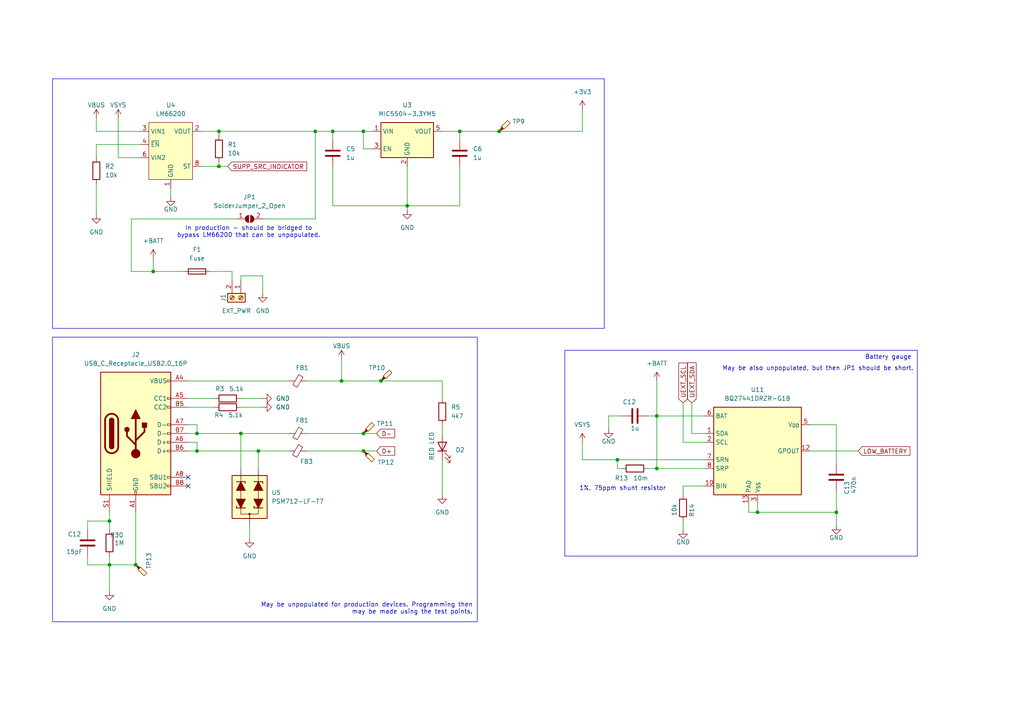
<source format=kicad_sch>
(kicad_sch (version 20231120) (generator "eeschema") (generator_version "8.0")
  (paper "A4")
  (lib_symbols
    (symbol "Battery_Management:BQ27441DRZR-G1B"
      (property "Reference" "U" (at -5.08 15.875 0))
      (property "Value" "BQ27441DRZR-G1B" (at -5.08 13.97 0))
      (symbol "BQ27441DRZR-G1B_0_1"
        (rectangle (start -12.7 12.7) (end 12.7 -12.7) (stroke (width 0.254)) (fill (type background)))
      )
      (symbol "BQ27441DRZR-G1B_1_1"
        (pin bidirectional line (at -15.24 5.08 0) (length 2.54) (name "SDA") (number "1"))
        (pin input line (at -15.24 -10.16 0) (length 2.54) (name "BIN") (number "10"))
        (pin no_connect line (at 10.16 -2.54 180) (length 2.54) hide (name "NC") (number "11"))
        (pin output line (at 15.24 0 180) (length 2.54) (name "GPOUT") (number "12"))
        (pin power_in line (at -2.54 -15.24 90) (length 2.54) (name "PAD") (number "13"))
        (pin input line (at -15.24 2.54 0) (length 2.54) (name "SCL") (number "2"))
        (pin power_in line (at 0 -15.24 90) (length 2.54) (name "V_{SS}") (number "3"))
        (pin no_connect line (at 10.16 -7.62 180) (length 2.54) hide (name "NC") (number "4"))
        (pin power_out line (at 15.24 7.62 180) (length 2.54) (name "V_{DD}") (number "5"))
        (pin power_in line (at -15.24 10.16 0) (length 2.54) (name "BAT") (number "6"))
        (pin input line (at -15.24 -2.54 0) (length 2.54) (name "SRN") (number "7"))
        (pin input line (at -15.24 -5.08 0) (length 2.54) (name "SRP") (number "8"))
        (pin no_connect line (at 10.16 -5.08 180) (length 2.54) hide (name "NC") (number "9"))
      )
    )
    (symbol "Connector:Screw_Terminal_01x02" (pin_names (offset 1.016) hide)
      (property "Reference" "J" (at 0 2.54 0))
      (property "Value" "Screw_Terminal_01x02" (at 0 -5.08 0))
      (symbol "Screw_Terminal_01x02_1_1"
        (rectangle (start -1.27 1.27) (end 1.27 -3.81) (stroke (width 0.254)) (fill (type background)))
        (circle (center 0 -2.54) (radius 0.635) (stroke (width 0.1524)))
        (polyline (pts (xy -0.5334 -2.2098) (xy 0.3302 -3.048)) (stroke (width 0.1524)))
        (polyline (pts (xy -0.5334 0.3302) (xy 0.3302 -0.508)) (stroke (width 0.1524)))
        (polyline (pts (xy -0.3556 -2.032) (xy 0.508 -2.8702)) (stroke (width 0.1524)))
        (polyline (pts (xy -0.3556 0.508) (xy 0.508 -0.3302)) (stroke (width 0.1524)))
        (circle (center 0 0) (radius 0.635) (stroke (width 0.1524)))
        (pin passive line (at -5.08 0 0) (length 3.81) (name "Pin_1") (number "1"))
        (pin passive line (at -5.08 -2.54 0) (length 3.81) (name "Pin_2") (number "2"))
      )
    )
    (symbol "Connector:TestPoint_Probe" (pin_numbers hide) (pin_names (offset 0.762) hide)
      (property "Reference" "TP" (at 1.651 5.842 0))
      (property "Value" "TestPoint_Probe" (at 1.651 4.064 0))
      (symbol "TestPoint_Probe_0_1"
        (polyline (pts (xy 1.27 0.762) (xy 0 0) (xy 0.762 1.27) (xy 1.27 0.762)) (fill (type outline)))
        (polyline (pts (xy 1.397 0.635) (xy 0.635 1.397) (xy 2.413 3.175) (xy 3.175 2.413) (xy 1.397 0.635)) (fill (type background)))
      )
      (symbol "TestPoint_Probe_1_1"
        (pin passive line (at 0 0 90) (length 0) (name "1") (number "1"))
      )
    )
    (symbol "Connector:USB_C_Receptacle_USB2.0_16P" (pin_names (offset 1.016))
      (property "Reference" "J" (at 0 22.225 0))
      (property "Value" "USB_C_Receptacle_USB2.0_16P" (at 0 19.685 0))
      (symbol "USB_C_Receptacle_USB2.0_16P_0_0"
        (rectangle (start -0.254 -17.78) (end 0.254 -16.764))
        (rectangle (start 10.16 -14.986) (end 9.144 -15.494))
        (rectangle (start 10.16 -12.446) (end 9.144 -12.954))
        (rectangle (start 10.16 -4.826) (end 9.144 -5.334))
        (rectangle (start 10.16 -2.286) (end 9.144 -2.794))
        (rectangle (start 10.16 0.254) (end 9.144 -0.254))
        (rectangle (start 10.16 2.794) (end 9.144 2.286))
        (rectangle (start 10.16 7.874) (end 9.144 7.366))
        (rectangle (start 10.16 10.414) (end 9.144 9.906))
        (rectangle (start 10.16 15.494) (end 9.144 14.986))
      )
      (symbol "USB_C_Receptacle_USB2.0_16P_0_1"
        (rectangle (start -10.16 17.78) (end 10.16 -17.78) (stroke (width 0.254)) (fill (type background)))
        (arc (start -8.89 -3.81) (mid -6.985 -5.7067) (end -5.08 -3.81) (stroke (width 0.508)))
        (arc (start -7.62 -3.81) (mid -6.985 -4.4423) (end -6.35 -3.81) (stroke (width 0.254)))
        (arc (start -7.62 -3.81) (mid -6.985 -4.4423) (end -6.35 -3.81) (stroke (width 0.254)) (fill (type outline)))
        (rectangle (start -7.62 -3.81) (end -6.35 3.81) (stroke (width 0.254)) (fill (type outline)))
        (arc (start -6.35 3.81) (mid -6.985 4.4423) (end -7.62 3.81) (stroke (width 0.254)))
        (arc (start -6.35 3.81) (mid -6.985 4.4423) (end -7.62 3.81) (stroke (width 0.254)) (fill (type outline)))
        (arc (start -5.08 3.81) (mid -6.985 5.7067) (end -8.89 3.81) (stroke (width 0.508)))
        (circle (center -2.54 1.143) (radius 0.635) (stroke (width 0.254)) (fill (type outline)))
        (circle (center 0 -5.842) (radius 1.27) (fill (type outline)))
        (polyline (pts (xy -8.89 -3.81) (xy -8.89 3.81)) (stroke (width 0.508)))
        (polyline (pts (xy -5.08 3.81) (xy -5.08 -3.81)) (stroke (width 0.508)))
        (polyline (pts (xy 0 -5.842) (xy 0 4.318)) (stroke (width 0.508)))
        (polyline (pts (xy 0 -3.302) (xy -2.54 -0.762) (xy -2.54 0.508)) (stroke (width 0.508)))
        (polyline (pts (xy 0 -2.032) (xy 2.54 0.508) (xy 2.54 1.778)) (stroke (width 0.508)))
        (polyline (pts (xy -1.27 4.318) (xy 0 6.858) (xy 1.27 4.318) (xy -1.27 4.318)) (stroke (width 0.254)) (fill (type outline)))
        (rectangle (start 1.905 1.778) (end 3.175 3.048) (stroke (width 0.254)) (fill (type outline)))
      )
      (symbol "USB_C_Receptacle_USB2.0_16P_1_1"
        (pin passive line (at 0 -22.86 90) (length 5.08) (name "GND") (number "A1"))
        (pin passive line (at 0 -22.86 90) (length 5.08) hide (name "GND") (number "A12"))
        (pin passive line (at 15.24 15.24 180) (length 5.08) (name "VBUS") (number "A4"))
        (pin bidirectional line (at 15.24 10.16 180) (length 5.08) (name "CC1") (number "A5"))
        (pin bidirectional line (at 15.24 -2.54 180) (length 5.08) (name "D+") (number "A6"))
        (pin bidirectional line (at 15.24 2.54 180) (length 5.08) (name "D-") (number "A7"))
        (pin bidirectional line (at 15.24 -12.7 180) (length 5.08) (name "SBU1") (number "A8"))
        (pin passive line (at 15.24 15.24 180) (length 5.08) hide (name "VBUS") (number "A9"))
        (pin passive line (at 0 -22.86 90) (length 5.08) hide (name "GND") (number "B1"))
        (pin passive line (at 0 -22.86 90) (length 5.08) hide (name "GND") (number "B12"))
        (pin passive line (at 15.24 15.24 180) (length 5.08) hide (name "VBUS") (number "B4"))
        (pin bidirectional line (at 15.24 7.62 180) (length 5.08) (name "CC2") (number "B5"))
        (pin bidirectional line (at 15.24 -5.08 180) (length 5.08) (name "D+") (number "B6"))
        (pin bidirectional line (at 15.24 0 180) (length 5.08) (name "D-") (number "B7"))
        (pin bidirectional line (at 15.24 -15.24 180) (length 5.08) (name "SBU2") (number "B8"))
        (pin passive line (at 15.24 15.24 180) (length 5.08) hide (name "VBUS") (number "B9"))
        (pin passive line (at -7.62 -22.86 90) (length 5.08) (name "SHIELD") (number "S1"))
      )
    )
    (symbol "Device:C" (pin_numbers hide) (pin_names (offset 0.254))
      (property "Reference" "C" (at 0.635 2.54 0))
      (property "Value" "C" (at 0.635 -2.54 0))
      (symbol "C_0_1"
        (polyline (pts (xy -2.032 -0.762) (xy 2.032 -0.762)) (stroke (width 0.508)))
        (polyline (pts (xy -2.032 0.762) (xy 2.032 0.762)) (stroke (width 0.508)))
      )
      (symbol "C_1_1"
        (pin passive line (at 0 3.81 270) (length 2.794) (name "~") (number "1"))
        (pin passive line (at 0 -3.81 90) (length 2.794) (name "~") (number "2"))
      )
    )
    (symbol "Device:FerriteBead_Small" (pin_numbers hide) (pin_names (offset 0))
      (property "Reference" "FB" (at 1.905 1.27 0))
      (property "Value" "FerriteBead_Small" (at 1.905 -1.27 0))
      (symbol "FerriteBead_Small_0_1"
        (polyline (pts (xy 0 -1.27) (xy 0 -0.7874)))
        (polyline (pts (xy 0 0.889) (xy 0 1.2954)))
        (polyline (pts (xy -1.8288 0.2794) (xy -1.1176 1.4986) (xy 1.8288 -0.2032) (xy 1.1176 -1.4224) (xy -1.8288 0.2794)))
      )
      (symbol "FerriteBead_Small_1_1"
        (pin passive line (at 0 2.54 270) (length 1.27) (name "~") (number "1"))
        (pin passive line (at 0 -2.54 90) (length 1.27) (name "~") (number "2"))
      )
    )
    (symbol "Device:Fuse" (pin_numbers hide) (pin_names (offset 0))
      (property "Reference" "F" (at 2.032 0 90))
      (property "Value" "Fuse" (at -1.905 0 90))
      (symbol "Fuse_0_1"
        (rectangle (start -0.762 -2.54) (end 0.762 2.54) (stroke (width 0.254)))
        (polyline (pts (xy 0 2.54) (xy 0 -2.54)))
      )
      (symbol "Fuse_1_1"
        (pin passive line (at 0 3.81 270) (length 1.27) (name "~") (number "1"))
        (pin passive line (at 0 -3.81 90) (length 1.27) (name "~") (number "2"))
      )
    )
    (symbol "Device:LED" (pin_numbers hide) (pin_names (offset 1.016) hide)
      (property "Reference" "D" (at 0 2.54 0))
      (property "Value" "LED" (at 0 -2.54 0))
      (symbol "LED_0_1"
        (polyline (pts (xy -1.27 -1.27) (xy -1.27 1.27)) (stroke (width 0.254)))
        (polyline (pts (xy -1.27 0) (xy 1.27 0)))
        (polyline (pts (xy 1.27 -1.27) (xy 1.27 1.27) (xy -1.27 0) (xy 1.27 -1.27)) (stroke (width 0.254)))
        (polyline (pts (xy -3.048 -0.762) (xy -4.572 -2.286) (xy -3.81 -2.286) (xy -4.572 -2.286) (xy -4.572 -1.524)))
        (polyline (pts (xy -1.778 -0.762) (xy -3.302 -2.286) (xy -2.54 -2.286) (xy -3.302 -2.286) (xy -3.302 -1.524)))
      )
      (symbol "LED_1_1"
        (pin passive line (at -3.81 0 0) (length 2.54) (name "K") (number "1"))
        (pin passive line (at 3.81 0 180) (length 2.54) (name "A") (number "2"))
      )
    )
    (symbol "Device:R" (pin_numbers hide) (pin_names (offset 0))
      (property "Reference" "R" (at 2.032 0 90))
      (property "Value" "R" (at 0 0 90))
      (symbol "R_0_1"
        (rectangle (start -1.016 -2.54) (end 1.016 2.54) (stroke (width 0.254)))
      )
      (symbol "R_1_1"
        (pin passive line (at 0 3.81 270) (length 1.27) (name "~") (number "1"))
        (pin passive line (at 0 -3.81 90) (length 1.27) (name "~") (number "2"))
      )
    )
    (symbol "Jumper:SolderJumper_2_Open" (pin_names (offset 0) hide)
      (property "Reference" "JP" (at 0 2.032 0))
      (property "Value" "SolderJumper_2_Open" (at 0 -2.54 0))
      (symbol "SolderJumper_2_Open_0_1"
        (arc (start -0.254 1.016) (mid -1.2656 0) (end -0.254 -1.016))
        (arc (start -0.254 1.016) (mid -1.2656 0) (end -0.254 -1.016) (fill (type outline)))
        (polyline (pts (xy -0.254 1.016) (xy -0.254 -1.016)))
        (polyline (pts (xy 0.254 1.016) (xy 0.254 -1.016)))
        (arc (start 0.254 -1.016) (mid 1.2656 0) (end 0.254 1.016))
        (arc (start 0.254 -1.016) (mid 1.2656 0) (end 0.254 1.016) (fill (type outline)))
      )
      (symbol "SolderJumper_2_Open_1_1"
        (pin passive line (at -3.81 0 0) (length 2.54) (name "A") (number "1"))
        (pin passive line (at 3.81 0 180) (length 2.54) (name "B") (number "2"))
      )
    )
    (symbol "Regulator_Linear:MIC5504-3.3YM5"
      (property "Reference" "U" (at -7.62 8.89 0))
      (property "Value" "MIC5504-3.3YM5" (at -7.62 6.35 0))
      (symbol "MIC5504-3.3YM5_0_1"
        (rectangle (start -7.62 -5.08) (end 7.62 5.08) (stroke (width 0.254)) (fill (type background)))
      )
      (symbol "MIC5504-3.3YM5_1_1"
        (pin power_in line (at -10.16 2.54 0) (length 2.54) (name "VIN") (number "1"))
        (pin power_in line (at 0 -7.62 90) (length 2.54) (name "GND") (number "2"))
        (pin input line (at -10.16 -2.54 0) (length 2.54) (name "EN") (number "3"))
        (pin no_connect line (at 7.62 -2.54 180) (length 2.54) hide (name "NC") (number "4"))
        (pin power_out line (at 10.16 2.54 180) (length 2.54) (name "VOUT") (number "5"))
      )
    )
    (symbol "mwolosewicz:LM66200"
      (property "Reference" "U" (at 2.54 -11.43 0))
      (property "Value" "LM66200" (at -0.254 8.636 0))
      (symbol "LM66200_1_1"
        (rectangle (start -6.35 7.62) (end 6.35 -8.89) (fill (type background)))
        (pin power_out line (at 0 -11.43 90) (length 2.54) (name "GND") (number "1"))
        (pin power_out line (at 8.89 5.08 180) (length 2.54) (name "VOUT") (number "2"))
        (pin power_in line (at -8.89 5.08 0) (length 2.54) (name "VIN1") (number "3"))
        (pin input line (at -8.89 1.27 0) (length 2.54) (name "~{EN}") (number "4"))
        (pin power_in line (at -8.89 -2.54 0) (length 2.54) (name "VIN2") (number "6"))
        (pin output line (at 8.89 -5.08 180) (length 2.54) (name "ST") (number "8"))
      )
    )
    (symbol "mwolosewicz:PSM712-LF-T7" (pin_numbers hide) (pin_names hide)
      (property "Reference" "U" (at -0.254 -14.478 0))
      (property "Value" "PSM712-LF-T7" (at -0.254 -1.016 0))
      (symbol "PSM712-LF-T7_0_1"
        (rectangle (start -6.858 -2.54) (end 5.588 -12.7) (stroke (width 0.254)) (fill (type background)))
        (polyline (pts (xy -6.858 -7.62) (xy -5.588 -7.62)))
        (polyline (pts (xy -5.588 -5.08) (xy -5.588 -10.16)))
        (polyline (pts (xy -3.81 -10.16) (xy -5.588 -10.16)))
        (polyline (pts (xy -3.81 -5.08) (xy -5.588 -5.08)))
        (polyline (pts (xy -1.27 -10.16) (xy 0 -10.16)) (stroke (width 0.1524)))
        (polyline (pts (xy -1.27 -5.08) (xy 0 -5.08)) (stroke (width 0.1524)))
        (polyline (pts (xy 1.27 -5.08) (xy 0 -5.08)) (stroke (width 0.1524)))
        (polyline (pts (xy 5.08 -10.16) (xy 3.81 -10.16)))
        (polyline (pts (xy 5.08 -5.08) (xy 3.81 -5.08)))
        (polyline (pts (xy -3.81 -11.43) (xy -3.81 -8.89) (xy -3.302 -8.89)) (stroke (width 0.254)))
        (polyline (pts (xy -3.81 -6.35) (xy -3.81 -3.81) (xy -3.302 -3.81)) (stroke (width 0.254)))
        (polyline (pts (xy 3.81 -3.81) (xy 3.81 -6.35) (xy 3.302 -6.35)) (stroke (width 0.254)))
        (pin passive line (at -8.89 -7.62 0) (length 2.54) (name "A") (number "3"))
      )
      (symbol "PSM712-LF-T7_1_1"
        (circle (center -5.588 -7.62) (radius 0.254) (fill (type outline)))
        (polyline (pts (xy 1.27 -10.16) (xy 0 -10.16)) (stroke (width 0.1524)))
        (polyline (pts (xy 3.81 -8.89) (xy 3.81 -11.43) (xy 3.302 -11.43)) (stroke (width 0.254)))
        (polyline (pts (xy -1.27 -8.89) (xy -1.27 -11.43) (xy -3.81 -10.16) (xy -1.27 -8.89)) (stroke (width 0.254)) (fill (type outline)))
        (polyline (pts (xy -1.27 -3.81) (xy -1.27 -6.35) (xy -3.81 -5.08) (xy -1.27 -3.81)) (stroke (width 0.254)) (fill (type outline)))
        (polyline (pts (xy 1.27 -11.43) (xy 1.27 -8.89) (xy 3.81 -10.16) (xy 1.27 -11.43)) (stroke (width 0.254)) (fill (type outline)))
        (polyline (pts (xy 1.27 -6.35) (xy 1.27 -3.81) (xy 3.81 -5.08) (xy 1.27 -6.35)) (stroke (width 0.254)) (fill (type outline)))
        (pin passive line (at 7.62 -5.08 180) (length 2.54) (name "K1") (number "1"))
        (pin passive line (at 7.62 -10.16 180) (length 2.54) (name "K2") (number "2"))
      )
    )
    (symbol "power:+3V3" (power) (pin_names (offset 0))
      (property "Value" "+3V3" (at 0 3.556 0))
      (symbol "+3V3_0_1"
        (polyline (pts (xy -0.762 1.27) (xy 0 2.54)))
        (polyline (pts (xy 0 0) (xy 0 2.54)))
        (polyline (pts (xy 0 2.54) (xy 0.762 1.27)))
      )
      (symbol "+3V3_1_1"
        (pin power_in line (at 0 0 90) (length 0) hide (name "+3V3") (number "1"))
      )
    )
    (symbol "power:+BATT" (power) (pin_names (offset 0))
      (property "Value" "+BATT" (at 0 3.556 0))
      (symbol "+BATT_0_1"
        (polyline (pts (xy -0.762 1.27) (xy 0 2.54)))
        (polyline (pts (xy 0 0) (xy 0 2.54)))
        (polyline (pts (xy 0 2.54) (xy 0.762 1.27)))
      )
      (symbol "+BATT_1_1"
        (pin power_in line (at 0 0 90) (length 0) hide (name "+BATT") (number "1"))
      )
    )
    (symbol "power:GND" (power) (pin_names (offset 0))
      (property "Value" "GND" (at 0 -3.81 0))
      (symbol "GND_0_1"
        (polyline (pts (xy 0 0) (xy 0 -1.27) (xy 1.27 -1.27) (xy 0 -2.54) (xy -1.27 -1.27) (xy 0 -1.27)))
      )
      (symbol "GND_1_1"
        (pin power_in line (at 0 0 270) (length 0) hide (name "GND") (number "1"))
      )
    )
    (symbol "power:VBUS" (power) (pin_names (offset 0))
      (property "Value" "VBUS" (at 0 3.81 0))
      (symbol "VBUS_0_1"
        (polyline (pts (xy -0.762 1.27) (xy 0 2.54)))
        (polyline (pts (xy 0 0) (xy 0 2.54)))
        (polyline (pts (xy 0 2.54) (xy 0.762 1.27)))
      )
      (symbol "VBUS_1_1"
        (pin power_in line (at 0 0 90) (length 0) hide (name "VBUS") (number "1"))
      )
    )
    (symbol "power:VPP" (power) (pin_names (offset 0))
      (property "Value" "VPP" (at 0 3.81 0))
      (symbol "VPP_0_1"
        (polyline (pts (xy -0.762 1.27) (xy 0 2.54)))
        (polyline (pts (xy 0 0) (xy 0 2.54)))
        (polyline (pts (xy 0 2.54) (xy 0.762 1.27)))
      )
      (symbol "VPP_1_1"
        (pin power_in line (at 0 0 90) (length 0) hide (name "VPP") (number "1"))
      )
    )
  )
  (junction (at 57.15 125.73))
  (junction (at 190.5 135.89))
  (junction (at 105.41 125.73))
  (junction (at 74.93 130.81))
  (junction (at 63.5 38.1))
  (junction (at 144.78 38.1))
  (junction (at 105.41 38.1))
  (junction (at 118.11 59.69))
  (junction (at 179.07 133.35))
  (junction (at 105.41 130.81))
  (junction (at 39.37 163.83))
  (junction (at 133.35 38.1))
  (junction (at 96.52 38.1))
  (junction (at 31.75 151.13))
  (junction (at 110.49 110.49))
  (junction (at 63.5 48.26))
  (junction (at 242.57 148.59))
  (junction (at 99.06 110.49))
  (junction (at 57.15 130.81))
  (junction (at 219.71 148.59))
  (junction (at 31.75 163.83))
  (junction (at 44.45 78.74))
  (junction (at 69.85 125.73))
  (junction (at 190.5 120.65))
  (junction (at 91.44 38.1))
  (no_connect (at 54.61 138.43))
  (no_connect (at 54.61 140.97))
  (wire (pts (xy 234.95 130.81) (xy 248.92 130.81)))
  (wire (pts (xy 179.07 133.35) (xy 179.07 135.89)))
  (wire (pts (xy 34.29 34.29) (xy 34.29 45.72)))
  (wire (pts (xy 74.93 130.81) (xy 83.82 130.81)))
  (wire (pts (xy 34.29 45.72) (xy 40.64 45.72)))
  (wire (pts (xy 118.11 59.69) (xy 133.35 59.69)))
  (wire (pts (xy 242.57 123.19) (xy 242.57 134.62)))
  (wire (pts (xy 31.75 148.59) (xy 31.75 151.13)))
  (wire (pts (xy 105.41 130.81) (xy 109.22 130.81)))
  (wire (pts (xy 31.75 163.83) (xy 31.75 171.45)))
  (wire (pts (xy 38.1 63.5) (xy 68.58 63.5)))
  (wire (pts (xy 198.12 128.27) (xy 204.47 128.27)))
  (wire (pts (xy 57.15 130.81) (xy 74.93 130.81)))
  (wire (pts (xy 69.85 81.28) (xy 69.85 80.01)))
  (wire (pts (xy 107.95 43.18) (xy 105.41 43.18)))
  (wire (pts (xy 144.78 38.1) (xy 168.91 38.1)))
  (wire (pts (xy 54.61 115.57) (xy 62.23 115.57)))
  (wire (pts (xy 179.07 133.35) (xy 168.91 133.35)))
  (wire (pts (xy 25.4 161.29) (xy 25.4 163.83)))
  (wire (pts (xy 39.37 148.59) (xy 39.37 163.83)))
  (wire (pts (xy 40.64 41.91) (xy 27.94 41.91)))
  (wire (pts (xy 118.11 48.26) (xy 118.11 59.69)))
  (wire (pts (xy 27.94 41.91) (xy 27.94 45.72)))
  (wire (pts (xy 168.91 133.35) (xy 168.91 128.27)))
  (wire (pts (xy 54.61 118.11) (xy 62.23 118.11)))
  (wire (pts (xy 63.5 48.26) (xy 66.04 48.26)))
  (wire (pts (xy 63.5 38.1) (xy 63.5 39.37)))
  (wire (pts (xy 25.4 163.83) (xy 31.75 163.83)))
  (wire (pts (xy 27.94 53.34) (xy 27.94 62.23)))
  (wire (pts (xy 53.34 78.74) (xy 44.45 78.74)))
  (wire (pts (xy 49.53 54.61) (xy 49.53 57.15)))
  (wire (pts (xy 76.2 63.5) (xy 91.44 63.5)))
  (wire (pts (xy 67.31 78.74) (xy 67.31 81.28)))
  (wire (pts (xy 60.96 78.74) (xy 67.31 78.74)))
  (wire (pts (xy 88.9 110.49) (xy 99.06 110.49)))
  (wire (pts (xy 96.52 40.64) (xy 96.52 38.1)))
  (wire (pts (xy 39.37 163.83) (xy 31.75 163.83)))
  (wire (pts (xy 133.35 38.1) (xy 144.78 38.1)))
  (wire (pts (xy 88.9 125.73) (xy 105.41 125.73)))
  (wire (pts (xy 44.45 78.74) (xy 38.1 78.74)))
  (wire (pts (xy 219.71 148.59) (xy 242.57 148.59)))
  (wire (pts (xy 234.95 123.19) (xy 242.57 123.19)))
  (wire (pts (xy 72.39 152.4) (xy 72.39 156.21)))
  (wire (pts (xy 200.66 125.73) (xy 200.66 116.84)))
  (wire (pts (xy 133.35 38.1) (xy 133.35 40.64)))
  (wire (pts (xy 69.85 125.73) (xy 83.82 125.73)))
  (wire (pts (xy 91.44 63.5) (xy 91.44 38.1)))
  (wire (pts (xy 54.61 130.81) (xy 57.15 130.81)))
  (wire (pts (xy 99.06 104.14) (xy 99.06 110.49)))
  (wire (pts (xy 187.96 135.89) (xy 190.5 135.89)))
  (wire (pts (xy 128.27 133.35) (xy 128.27 143.51)))
  (wire (pts (xy 198.12 140.97) (xy 198.12 143.51)))
  (wire (pts (xy 217.17 146.05) (xy 217.17 148.59)))
  (wire (pts (xy 180.34 135.89) (xy 179.07 135.89)))
  (wire (pts (xy 27.94 38.1) (xy 40.64 38.1)))
  (wire (pts (xy 27.94 34.29) (xy 27.94 38.1)))
  (wire (pts (xy 63.5 38.1) (xy 91.44 38.1)))
  (wire (pts (xy 190.5 120.65) (xy 204.47 120.65)))
  (wire (pts (xy 54.61 125.73) (xy 57.15 125.73)))
  (wire (pts (xy 58.42 38.1) (xy 63.5 38.1)))
  (wire (pts (xy 128.27 110.49) (xy 128.27 115.57)))
  (wire (pts (xy 58.42 48.26) (xy 63.5 48.26)))
  (wire (pts (xy 110.49 110.49) (xy 128.27 110.49)))
  (wire (pts (xy 31.75 151.13) (xy 31.75 153.67)))
  (wire (pts (xy 204.47 140.97) (xy 198.12 140.97)))
  (wire (pts (xy 190.5 135.89) (xy 204.47 135.89)))
  (wire (pts (xy 31.75 161.29) (xy 31.75 163.83)))
  (wire (pts (xy 54.61 128.27) (xy 57.15 128.27)))
  (wire (pts (xy 69.85 125.73) (xy 69.85 135.89)))
  (wire (pts (xy 69.85 80.01) (xy 76.2 80.01)))
  (wire (pts (xy 25.4 151.13) (xy 31.75 151.13)))
  (wire (pts (xy 187.96 120.65) (xy 190.5 120.65)))
  (wire (pts (xy 128.27 123.19) (xy 128.27 125.73)))
  (wire (pts (xy 57.15 125.73) (xy 69.85 125.73)))
  (wire (pts (xy 118.11 59.69) (xy 118.11 60.96)))
  (wire (pts (xy 91.44 38.1) (xy 96.52 38.1)))
  (wire (pts (xy 217.17 148.59) (xy 219.71 148.59)))
  (wire (pts (xy 96.52 48.26) (xy 96.52 59.69)))
  (wire (pts (xy 168.91 31.75) (xy 168.91 38.1)))
  (wire (pts (xy 176.53 120.65) (xy 176.53 124.46)))
  (wire (pts (xy 96.52 38.1) (xy 105.41 38.1)))
  (wire (pts (xy 190.5 120.65) (xy 190.5 135.89)))
  (wire (pts (xy 190.5 110.49) (xy 190.5 120.65)))
  (wire (pts (xy 69.85 115.57) (xy 76.2 115.57)))
  (wire (pts (xy 38.1 78.74) (xy 38.1 63.5)))
  (wire (pts (xy 44.45 74.93) (xy 44.45 78.74)))
  (wire (pts (xy 99.06 110.49) (xy 110.49 110.49)))
  (wire (pts (xy 57.15 128.27) (xy 57.15 130.81)))
  (wire (pts (xy 105.41 38.1) (xy 107.95 38.1)))
  (wire (pts (xy 63.5 46.99) (xy 63.5 48.26)))
  (wire (pts (xy 96.52 59.69) (xy 118.11 59.69)))
  (wire (pts (xy 88.9 130.81) (xy 105.41 130.81)))
  (wire (pts (xy 133.35 48.26) (xy 133.35 59.69)))
  (wire (pts (xy 180.34 120.65) (xy 176.53 120.65)))
  (wire (pts (xy 128.27 38.1) (xy 133.35 38.1)))
  (wire (pts (xy 198.12 151.13) (xy 198.12 153.67)))
  (wire (pts (xy 105.41 125.73) (xy 109.22 125.73)))
  (wire (pts (xy 74.93 135.89) (xy 74.93 130.81)))
  (wire (pts (xy 105.41 43.18) (xy 105.41 38.1)))
  (wire (pts (xy 57.15 123.19) (xy 57.15 125.73)))
  (wire (pts (xy 242.57 148.59) (xy 242.57 152.4)))
  (wire (pts (xy 219.71 146.05) (xy 219.71 148.59)))
  (wire (pts (xy 54.61 123.19) (xy 57.15 123.19)))
  (wire (pts (xy 179.07 133.35) (xy 204.47 133.35)))
  (wire (pts (xy 242.57 142.24) (xy 242.57 148.59)))
  (wire (pts (xy 54.61 110.49) (xy 83.82 110.49)))
  (wire (pts (xy 76.2 80.01) (xy 76.2 85.09)))
  (wire (pts (xy 200.66 125.73) (xy 204.47 125.73)))
  (wire (pts (xy 69.85 118.11) (xy 76.2 118.11)))
  (wire (pts (xy 25.4 153.67) (xy 25.4 151.13)))
  (wire (pts (xy 198.12 116.84) (xy 198.12 128.27)))
  (rectangle (start 15.24 22.86) (end 175.26 95.25))
  (rectangle (start 163.83 101.6) (end 266.065 161.29))
  (rectangle (start 15.24 97.79) (end 138.43 180.34))
  (text "May be unpopulated for production devices. Programming then\nmay be made using the test points." (at 137.16 176.53 0) (effects (font (size 1.27 1.27)) (justify right)))
  (text "1%, 75ppm shunt resistor" (at 180.594 141.732 0) (effects (font (size 1.27 1.27))))
  (text "Battery gauge" (at 264.414 104.394 0) (effects (font (size 1.27 1.27)) (justify right bottom)))
  (text "May be also unpopulated, but then JP1 should be short." (at 237.236 106.934 0) (effects (font (size 1.27 1.27))))
  (text "In production - should be bridged to\nbypass LM66200 that can be unpopulated." (at 72.136 67.31 0) (effects (font (size 1.27 1.27))))
  (global_label "SUPP_SRC_INDICATOR" (shape input) (at 66.04 48.26 0) (property "Intersheetrefs" "${INTERSHEET_REFS}" (effects (hide yes))))
  (global_label "UEXT_SDA" (shape input) (at 200.66 116.84 90) (property "Intersheetrefs" "${INTERSHEET_REFS}" (effects (hide yes))))
  (global_label "LOW_BATTERY" (shape input) (at 248.92 130.81 0) (property "Intersheetrefs" "${INTERSHEET_REFS}" (effects (hide yes))))
  (global_label "D+" (shape input) (at 109.22 130.81 0) (property "Intersheetrefs" "${INTERSHEET_REFS}" (effects (hide yes))))
  (global_label "UEXT_SCL" (shape input) (at 198.12 116.84 90) (property "Intersheetrefs" "${INTERSHEET_REFS}" (effects (hide yes))))
  (global_label "D-" (shape input) (at 109.22 125.73 0) (property "Intersheetrefs" "${INTERSHEET_REFS}" (effects (hide yes))))
  (symbol (lib_id "power:GND") (at 76.2 85.09 0) (unit 1)
    (property "Reference" "#PWR013" (effects (hide yes)))
    (property "Value" "GND" (at 76.2 90.17 0))
  )
  (symbol (lib_id "mwolosewicz:PSM712-LF-T7") (at 64.77 143.51 90) (unit 1)
    (property "Reference" "U5" (at 78.74 142.8749 90) (effects (justify right)))
    (property "Value" "PSM712-LF-T7" (at 78.74 145.4149 90) (effects (justify right)))
    (property "Footprint" "PCM_Package_TO_SOT_SMD_AKL:SOT-23" (effects (hide yes)))
    (property "Datasheet" "https://wmsc.lcsc.com/wmsc/upload/file/pdf/v2/lcsc/1811061632_ProTek-Devices-PSM712-LF-T7_C32677.pdf" (effects (hide yes)))
    (property "Description" "19V 13.3V 12V SOT-23 Electrostatic and Surge Protection (TVS/ESD) ROHS" (effects (hide yes)))
    (property "JLCPCB Part" "C32677" (effects (hide yes)))
    (property "MFR.Part" "PSM712-LF-T7" (effects (hide yes)))
  )
  (symbol (lib_id "power:VBUS") (at 27.94 34.29 0) (unit 1)
    (property "Reference" "#PWR056" (effects (hide yes)))
    (property "Value" "VBUS" (at 27.94 30.48 0))
    (instances (project "lora_4-20_10v_i2c" (path "" (reference "#PWR056") (unit 1)) (path "" (reference "#PWR056") (unit 1))) (project "lora_node" (path "" (reference "#PWR08") (unit 1))) (project "esp32_lora_car_battery" (path "" (reference "#PWR062") (unit 1))))
  )
  (symbol (lib_id "Device:R") (at 128.27 119.38 0) (unit 1)
    (property "Reference" "R5" (at 130.81 118.11 0) (effects (justify left)))
    (property "Value" "4k7" (at 130.81 120.65 0) (effects (justify left)))
    (property "Footprint" "Resistor_SMD:R_0805_2012Metric" (effects (hide yes)))
    (property "JLCPCB Part" "C17673" (effects (hide yes)))
    (property "MFR.Part" "0805W8F4701T5E" (effects (hide yes)))
  )
  (symbol (lib_id "Connector:TestPoint_Probe") (at 39.37 163.83 270) (unit 1)
    (property "Reference" "TP13" (at 43.18 165.1 0) (effects (justify right)))
    (property "Value" "TestPoint_Probe" (effects (hide yes)))
    (property "Footprint" "TestPoint:TestPoint_Pad_D1.0mm" (effects (hide yes)))
  )
  (symbol (lib_id "Device:R") (at 198.12 147.32 180) (unit 1)
    (property "Reference" "R14" (at 200.66 146.05 90) (effects (justify left)))
    (property "Value" "10k" (at 195.58 146.05 90) (effects (justify left)))
    (property "Footprint" "Resistor_SMD:R_0402_1005Metric" (effects (hide yes)))
    (property "JLCPCB Part" "C25744" (effects (hide yes)))
    (property "MFR.Part" "0402WGF1002TCE" (effects (hide yes)))
  )
  (symbol (lib_id "power:GND") (at 72.39 156.21 0) (unit 1)
    (property "Reference" "#PWR018" (effects (hide yes)))
    (property "Value" "GND" (at 72.39 161.29 0))
  )
  (symbol (lib_id "power:VPP") (at 168.91 128.27 0) (unit 1)
    (property "Reference" "#PWR034" (effects (hide yes)))
    (property "Value" "VSYS" (at 168.91 123.19 0))
    (property "Description" "Power symbol creates a global label with name \"VPP\"" (effects (hide yes)))
  )
  (symbol (lib_id "power:GND") (at 198.12 153.67 0) (unit 1)
    (property "Reference" "#PWR036" (effects (hide yes)))
    (property "Value" "GND" (at 198.12 157.226 0))
  )
  (symbol (lib_id "Device:FerriteBead_Small") (at 86.36 110.49 270) (unit 1)
    (property "Reference" "FB1" (at 87.63 106.68 90))
    (property "Value" "FerriteBead_Small" (effects (hide yes)))
    (property "Footprint" "PCM_Ferrite_SMD_AKL:Ferrite_0805_2012Metric" (effects (hide yes)))
    (property "JLCPCB Part" "C1015" (effects (hide yes)))
    (property "MFR.Part" "GZ2012D101TF" (effects (hide yes)))
  )
  (symbol (lib_id "Device:C") (at 242.57 138.43 0) (unit 1)
    (property "Reference" "C13" (at 245.618 141.478 90))
    (property "Value" "470n" (at 247.65 140.716 90))
    (property "Footprint" "Capacitor_SMD:C_0603_1608Metric" (effects (hide yes)))
    (property "Voltage" "16" (effects (hide yes)))
    (property "JLCPCB Part" "C1623" (effects (hide yes)))
    (property "MFR.Part" "CL10B474KA8NNNC" (effects (hide yes)))
  )
  (symbol (lib_id "power:GND") (at 27.94 62.23 0) (unit 1)
    (property "Reference" "#PWR011" (effects (hide yes)))
    (property "Value" "GND" (at 27.94 67.31 0))
  )
  (symbol (lib_id "Device:C") (at 184.15 120.65 270) (unit 1)
    (property "Reference" "C12" (at 180.594 116.586 90) (effects (justify left)))
    (property "Value" "1u" (at 182.88 124.206 90) (effects (justify left)))
    (property "Footprint" "Capacitor_SMD:C_0402_1005Metric" (effects (hide yes)))
    (property "Voltage" "25" (effects (hide yes)))
    (property "JLCPCB Part" "C52923" (effects (hide yes)))
    (property "MFR.Part" "CL05A105KA5NQNC" (effects (hide yes)))
  )
  (symbol (lib_id "power:GND") (at 49.53 57.15 0) (unit 1)
    (property "Reference" "#PWR09" (effects (hide yes)))
    (property "Value" "GND" (at 49.53 60.706 0))
  )
  (symbol (lib_id "Connector:USB_C_Receptacle_USB2.0_16P") (at 39.37 125.73 0) (unit 1)
    (property "Reference" "J2" (at 39.37 102.87 0))
    (property "Value" "USB_C_Receptacle_USB2.0_16P" (at 39.37 105.41 0))
    (property "Footprint" "Connector_USB:USB_C_Receptacle_GCT_USB4105-xx-A_16P_TopMnt_Horizontal" (effects (hide yes)))
    (property "Datasheet" "https://www.usb.org/sites/default/files/documents/usb_type-c.zip" (effects (hide yes)))
    (property "Description" "USB 2.0-only 16P Type-C Receptacle connector" (effects (hide yes)))
    (property "JLCPCB Part" "C7527694" (effects (hide yes)))
    (property "MFR.Part" "XUBF-0336-0817B " (effects (hide yes)))
  )
  (symbol (lib_id "power:+BATT") (at 44.45 74.93 0) (unit 1)
    (property "Reference" "#PWR012" (effects (hide yes)))
    (property "Value" "+BATT" (at 44.45 69.85 0))
  )
  (symbol (lib_id "mwolosewicz:LM66200") (at 49.53 43.18 0) (unit 1)
    (property "Reference" "U4" (at 49.53 30.48 0))
    (property "Value" "LM66200" (at 49.53 33.02 0))
    (property "Footprint" "mwolosewicz-footprints:LM66200-SOT-5X3" (effects (hide yes)))
    (property "Datasheet" "https://www.ti.com/lit/ds/symlink/lm66200.pdf?ts=1716106967123" (effects (hide yes)))
    (property "Description" "The LM66200 is a dual ideal diode device with a voltage rating of 1.6 V to 5.5 V and a maximum current rating of 2.5 A per channel." (effects (hide yes)))
    (property "JLCPCB Part" "C3235556" (effects (hide yes)))
    (property "MFR.Part" "LM66200DRLR" (effects (hide yes)))
    (property "Extended" "YES" (effects (hide yes)))
  )
  (symbol (lib_id "power:GND") (at 176.53 124.46 0) (unit 1)
    (property "Reference" "#PWR033" (effects (hide yes)))
    (property "Value" "GND" (at 176.53 128.016 0))
  )
  (symbol (lib_id "Device:C") (at 133.35 44.45 0) (unit 1)
    (property "Reference" "C6" (at 137.16 43.18 0) (effects (justify left)))
    (property "Value" "1u" (at 137.16 45.72 0) (effects (justify left)))
    (property "Footprint" "Capacitor_SMD:C_0402_1005Metric" (effects (hide yes)))
    (property "Symbol" "CL10B105KP8NNNC" (effects (hide yes)))
    (property "JLCPCB Part" "C52923" (effects (hide yes)))
    (property "MFR.Part" "CL05A105KA5NQNC" (effects (hide yes)))
  )
  (symbol (lib_id "Device:C") (at 25.4 157.48 0) (mirror x) (unit 1)
    (property "Reference" "C12" (at 21.59 154.94 0))
    (property "Value" "15pF" (at 21.59 160.02 0))
    (property "Footprint" "Capacitor_SMD:C_0402_1005Metric" (effects (hide yes)))
    (property "Symbol" "GRM1885C2A150JA01D" (effects (hide yes)))
    (property "JLCPCB Part" "C1548" (effects (hide yes)))
    (property "MFR.Part" "0402CG150J500NT " (effects (hide yes)))
    (instances (project "lora_4-20_10v_i2c" (path "" (reference "C12") (unit 1)) (path "" (reference "C20") (unit 1))) (project "lora_node" (path "" (reference "C7") (unit 1))) (project "esp32_lora_car_battery" (path "" (reference "C14") (unit 1)) (path "" (reference "C16") (unit 1)) (path "" (reference "C23") (unit 1))))
  )
  (symbol (lib_id "Device:C") (at 96.52 44.45 0) (unit 1)
    (property "Reference" "C5" (at 100.33 43.18 0) (effects (justify left)))
    (property "Value" "1u" (at 100.33 45.72 0) (effects (justify left)))
    (property "Footprint" "Capacitor_SMD:C_0402_1005Metric" (effects (hide yes)))
    (property "Symbol" "CL10B105KP8NNNC" (effects (hide yes)))
    (property "JLCPCB Part" "C52923" (effects (hide yes)))
    (property "MFR.Part" "CL05A105KA5NQNC" (effects (hide yes)))
  )
  (symbol (lib_id "Device:FerriteBead_Small") (at 86.36 125.73 270) (unit 1)
    (property "Reference" "FB1" (at 87.63 121.92 90))
    (property "Value" "FerriteBead_Small" (effects (hide yes)))
    (property "Footprint" "PCM_Ferrite_SMD_AKL:Ferrite_0805_2012Metric" (effects (hide yes)))
    (property "JLCPCB Part" "C1015" (effects (hide yes)))
    (property "MFR.Part" "GZ2012D101TF" (effects (hide yes)))
    (instances (project "lora_4-20_10v_i2c" (path "" (reference "FB1") (unit 1)) (path "" (reference "FB3") (unit 1))) (project "lora_node" (path "" (reference "FB2") (unit 1))) (project "esp32_lora_car_battery" (path "" (reference "FB1") (unit 1))))
  )
  (symbol (lib_id "power:VPP") (at 34.29 34.29 0) (unit 1)
    (property "Reference" "#PWR038" (effects (hide yes)))
    (property "Value" "VSYS" (at 34.29 30.48 0))
    (property "Description" "Power symbol creates a global label with name \"VPP\"" (effects (hide yes)))
  )
  (symbol (lib_id "Device:R") (at 27.94 49.53 0) (unit 1)
    (property "Reference" "R2" (at 30.48 48.2599 0) (effects (justify left)))
    (property "Value" "10k" (at 30.48 50.7999 0) (effects (justify left)))
    (property "Footprint" "Resistor_SMD:R_0402_1005Metric" (effects (hide yes)))
    (property "JLCPCB Part" "C25744" (effects (hide yes)))
    (property "MFR.Part" "0402WGF1002TCE" (effects (hide yes)))
  )
  (symbol (lib_id "Device:R") (at 63.5 43.18 0) (unit 1)
    (property "Reference" "R1" (at 66.04 41.9099 0) (effects (justify left)))
    (property "Value" "10k" (at 66.04 44.4499 0) (effects (justify left)))
    (property "Footprint" "Resistor_SMD:R_0402_1005Metric" (effects (hide yes)))
    (property "JLCPCB Part" "C25744" (effects (hide yes)))
    (property "MFR.Part" "0402WGF1002TCE" (effects (hide yes)))
  )
  (symbol (lib_id "Connector:Screw_Terminal_01x02") (at 69.85 86.36 270) (unit 1)
    (property "Reference" "J1" (at 64.77 86.36 0))
    (property "Value" "EXT_PWR" (at 68.58 90.17 90))
    (property "Footprint" "TerminalBlock_4Ucon:TerminalBlock_4Ucon_1x02_P3.50mm_Horizontal" (effects (hide yes)))
    (property "Symbol" "T50201500000G" (effects (hide yes)))
    (instances (project "lora_4-20_10v_i2c" (path "" (reference "J1") (unit 1)) (path "" (reference "J1") (unit 1)) (path "" (reference "J3") (unit 1)) (path "" (reference "J5") (unit 1))) (project "lora_node" (path "" (reference "J1") (unit 1))) (project "esp32_lora_car_battery" (path "" (reference "J1") (unit 1)) (path "" (reference "J1") (unit 1))))
  )
  (symbol (lib_id "Connector:TestPoint_Probe") (at 105.41 130.81 270) (unit 1)
    (property "Reference" "TP12" (at 109.474 134.112 90) (effects (justify left)))
    (property "Value" "TestPoint_Probe" (effects (hide yes)))
    (property "Footprint" "TestPoint:TestPoint_Pad_D1.0mm" (effects (hide yes)))
  )
  (symbol (lib_id "power:VBUS") (at 99.06 104.14 0) (unit 1)
    (property "Reference" "#PWR014" (effects (hide yes)))
    (property "Value" "VBUS" (at 99.06 100.33 0))
  )
  (symbol (lib_id "Connector:TestPoint_Probe") (at 144.78 38.1 0) (unit 1)
    (property "Reference" "TP9" (at 148.59 35.2425 0) (effects (justify left)))
    (property "Value" "TestPoint_Probe" (effects (hide yes)))
    (property "Footprint" "TestPoint:TestPoint_Pad_D1.0mm" (effects (hide yes)))
  )
  (symbol (lib_id "power:GND") (at 76.2 118.11 90) (unit 1)
    (property "Reference" "#PWR016" (effects (hide yes)))
    (property "Value" "GND" (at 80.01 118.1099 90) (effects (justify right)))
  )
  (symbol (lib_id "Device:R") (at 66.04 118.11 90) (unit 1)
    (property "Reference" "R4" (at 63.5 120.396 90))
    (property "Value" "5.1k" (at 68.326 120.396 90))
    (property "Footprint" "Resistor_SMD:R_0402_1005Metric" (effects (hide yes)))
    (property "Symbol" "RMC1/16K4701FTP" (effects (hide yes)))
    (property "JLCPCB Part" "C25905" (effects (hide yes)))
    (property "MFR.Part" "0402WGF5101TCE" (effects (hide yes)))
  )
  (symbol (lib_id "Regulator_Linear:MIC5504-3.3YM5") (at 118.11 40.64 0) (unit 1)
    (property "Reference" "U3" (at 118.11 30.48 0))
    (property "Value" "MIC5504-3.3YM5" (at 118.11 33.02 0))
    (property "Footprint" "Package_TO_SOT_SMD:SOT-23-5" (effects (hide yes)))
    (property "Datasheet" "http://ww1.microchip.com/downloads/en/DeviceDoc/MIC550X.pdf" (effects (hide yes)))
    (property "JLCPCB Part" "C88419" (effects (hide yes)))
    (property "MFR.Part" "MIC5504-3.3YM5-TR " (effects (hide yes)))
  )
  (symbol (lib_id "Device:Fuse") (at 57.15 78.74 90) (unit 1)
    (property "Reference" "F1" (at 57.15 72.39 90))
    (property "Value" "Fuse" (at 57.15 74.93 90))
    (property "Footprint" "Fuse:Fuse_2920_7451Metric" (effects (hide yes)))
    (property "Description" "Fuse" (effects (hide yes)))
    (property "JLCPCB Part" "C192524" (effects (hide yes)))
    (property "MFR.Part" "2920L125PR" (effects (hide yes)))
  )
  (symbol (lib_id "Connector:TestPoint_Probe") (at 105.41 125.73 0) (unit 1)
    (property "Reference" "TP11" (at 109.22 122.8725 0) (effects (justify left)))
    (property "Value" "TestPoint_Probe" (effects (hide yes)))
    (property "Footprint" "TestPoint:TestPoint_Pad_D1.0mm" (effects (hide yes)))
  )
  (symbol (lib_id "power:+3V3") (at 168.91 31.75 0) (unit 1)
    (property "Reference" "#PWR07" (effects (hide yes)))
    (property "Value" "+3V3" (at 168.91 26.67 0))
  )
  (symbol (lib_id "power:GND") (at 118.11 60.96 0) (unit 1)
    (property "Reference" "#PWR010" (effects (hide yes)))
    (property "Value" "GND" (at 118.11 66.04 0))
  )
  (symbol (lib_id "Device:R") (at 184.15 135.89 270) (unit 1)
    (property "Reference" "R13" (at 178.308 138.684 90) (effects (justify left)))
    (property "Value" "10m" (at 183.642 138.684 90) (effects (justify left)))
    (property "Footprint" "Resistor_SMD:R_1206_3216Metric" (effects (hide yes)))
    (property "JLCPCB Part" "C875656" (effects (hide yes)))
    (property "MFR.Part" "PE1206FRM070R01L" (effects (hide yes)))
  )
  (symbol (lib_id "Jumper:SolderJumper_2_Open") (at 72.39 63.5 0) (unit 1)
    (property "Reference" "JP1" (at 72.39 57.15 0))
    (property "Value" "SolderJumper_2_Open" (at 72.39 59.69 0))
    (property "Footprint" "Jumper:SolderJumper-2_P1.3mm_Open_RoundedPad1.0x1.5mm" (effects (hide yes)))
    (property "Description" "Solder Jumper, 2-pole, open" (effects (hide yes)))
  )
  (symbol (lib_id "Device:LED") (at 128.27 129.54 90) (unit 1)
    (property "Reference" "D2" (at 132.08 130.4925 90) (effects (justify right)))
    (property "Value" "RED LED" (at 125.222 125.222 0) (effects (justify right)))
    (property "Footprint" "LED_SMD:LED_0603_1608Metric" (effects (hide yes)))
    (property "JLCPCB Part" "C2286" (effects (hide yes)))
    (property "MFR.Part" "KT-0603R " (effects (hide yes)))
    (instances (project "lora_4-20_10v_i2c" (path "" (reference "D2") (unit 1)) (path "" (reference "D2") (unit 1))) (project "lora_node" (path "" (reference "D1") (unit 1))) (project "esp32_lora_car_battery" (path "" (reference "D8") (unit 1)) (path "" (reference "D10") (unit 1)) (path "" (reference "D10") (unit 1))))
  )
  (symbol (lib_id "power:GND") (at 31.75 171.45 0) (mirror y) (unit 1)
    (property "Reference" "#PWR060" (effects (hide yes)))
    (property "Value" "GND" (at 31.75 176.53 0))
    (instances (project "lora_4-20_10v_i2c" (path "" (reference "#PWR060") (unit 1)) (path "" (reference "#PWR077") (unit 1))) (project "lora_node" (path "" (reference "#PWR019") (unit 1))) (project "esp32_lora_car_battery" (path "" (reference "#PWR065") (unit 1))))
  )
  (symbol (lib_id "Connector:TestPoint_Probe") (at 110.49 110.49 0) (unit 1)
    (property "Reference" "TP10" (at 111.76 106.68 0) (effects (justify right)))
    (property "Value" "TestPoint_Probe" (effects (hide yes)))
    (property "Footprint" "TestPoint:TestPoint_Pad_D1.0mm" (effects (hide yes)))
  )
  (symbol (lib_id "power:GND") (at 242.57 152.4 0) (unit 1)
    (property "Reference" "#PWR035" (effects (hide yes)))
    (property "Value" "GND" (at 242.57 155.956 0))
  )
  (symbol (lib_id "power:GND") (at 76.2 115.57 90) (unit 1)
    (property "Reference" "#PWR015" (effects (hide yes)))
    (property "Value" "GND" (at 80.01 115.5699 90) (effects (justify right)))
  )
  (symbol (lib_id "Device:R") (at 66.04 115.57 90) (unit 1)
    (property "Reference" "R3" (at 63.754 112.776 90))
    (property "Value" "5.1k" (at 68.58 112.776 90))
    (property "Footprint" "Resistor_SMD:R_0402_1005Metric" (effects (hide yes)))
    (property "Symbol" "RMC1/16K4701FTP" (effects (hide yes)))
    (property "JLCPCB Part" "C25905" (effects (hide yes)))
    (property "MFR.Part" "0402WGF5101TCE" (effects (hide yes)))
  )
  (symbol (lib_id "Device:FerriteBead_Small") (at 86.36 130.81 90) (unit 1)
    (property "Reference" "FB3" (at 88.9 133.858 90))
    (property "Value" "FerriteBead_Small" (effects (hide yes)))
    (property "Footprint" "PCM_Ferrite_SMD_AKL:Ferrite_0805_2012Metric" (effects (hide yes)))
    (property "JLCPCB Part" "C1015" (effects (hide yes)))
    (property "MFR.Part" "GZ2012D101TF" (effects (hide yes)))
  )
  (symbol (lib_id "Battery_Management:BQ27441DRZR-G1B") (at 219.71 130.81 0) (unit 1)
    (property "Reference" "U11" (at 219.71 113.03 0))
    (property "Value" "BQ27441DRZR-G1B" (at 219.71 115.57 0))
    (property "Footprint" "Package_SON:Texas_S-PDSO-N12" (effects (hide yes)))
    (property "Datasheet" "http://www.ti.com/lit/ds/symlink/bq27441-g1.pdf" (effects (hide yes)))
    (property "Description" "System Side Li Ion/Polymer Fuel Gauge, 4.30-4.35V, PDSON-12" (effects (hide yes)))
    (property "JLCPCB Part" "C473374" (effects (hide yes)))
    (property "MFR.Part" "BQ27441DRZR-G1B " (effects (hide yes)))
  )
  (symbol (lib_id "power:GND") (at 128.27 143.51 0) (unit 1)
    (property "Reference" "#PWR057" (effects (hide yes)))
    (property "Value" "GND" (at 128.27 148.59 0))
    (instances (project "lora_4-20_10v_i2c" (path "" (reference "#PWR057") (unit 1)) (path "" (reference "#PWR057") (unit 1))) (project "lora_node" (path "" (reference "#PWR017") (unit 1))) (project "esp32_lora_car_battery" (path "" (reference "#PWR061") (unit 1))))
  )
  (symbol (lib_id "Device:R") (at 31.75 157.48 0) (mirror x) (unit 1)
    (property "Reference" "R30" (at 35.814 155.194 0) (effects (justify right)))
    (property "Value" "1M" (at 36.068 157.48 0) (effects (justify right)))
    (property "Footprint" "Resistor_SMD:R_0402_1005Metric" (effects (hide yes)))
    (property "Symbol" "RC0603JR-071ML" (effects (hide yes)))
    (property "JLCPCB Part" "C26083" (effects (hide yes)))
    (property "MFR.Part" "0402WGF1004TCE" (effects (hide yes)))
    (instances (project "lora_4-20_10v_i2c" (path "" (reference "R30") (unit 1)) (path "" (reference "R39") (unit 1))) (project "lora_node" (path "" (reference "R6") (unit 1))) (project "esp32_lora_car_battery" (path "" (reference "R19") (unit 1)) (path "" (reference "R29") (unit 1))))
  )
  (symbol (lib_id "power:+BATT") (at 190.5 110.49 0) (unit 1)
    (property "Reference" "#PWR032" (effects (hide yes)))
    (property "Value" "+BATT" (at 190.5 105.41 0))
  )
)
</source>
